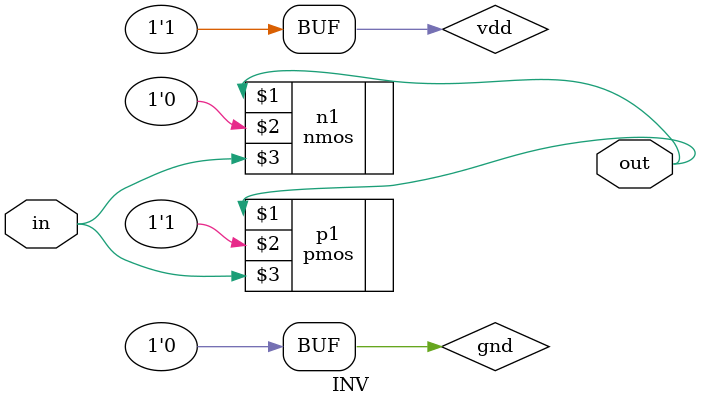
<source format=sv>
/* CMOS Inverter gate.
 *
 *
 * Use Verilog keywords `pmos` and `nmos` to define 2 transistors:
 *
 * ```verilog
 *  pmos p1 (out, vdd, in); // out = HI(vdd) if in is LO
 *  nmos n1 (out, gnd, in); // out = LO(gnd) if in is HI
 * ```
 *
 * See book by Yamin Li, Computer principles and design in Verilog HDL.
 *
 * <pre>
 *           +-------+-----+ vdd
 *                   |
 *               +   |
 *             + +---+
 *       +----o| |      p1
 *       |     + +---+
 *       |       +   |
 *       |           |
 *  +----+           +------+
 *       |           |
 *       |       +   |
 *       |     + +---+
 *       +-----+ |     n1
 *             + +---+
 *               +   |
 *                   |
 *                   |
 *         +---------+----+ gnd
 * </pre>
 *  
 */
module INV (
    input  wire in,
    output wire out // out = ~in
);
    supply1 vdd; // logic 1 (power)
    supply0 gnd; // logic 0 (ground)

    // pmos (drain, source, gate);
    pmos p1 (out, vdd, in);

    // nmos (drain, source, gate);
    nmos n1 (out, gnd, in);

endmodule

</source>
